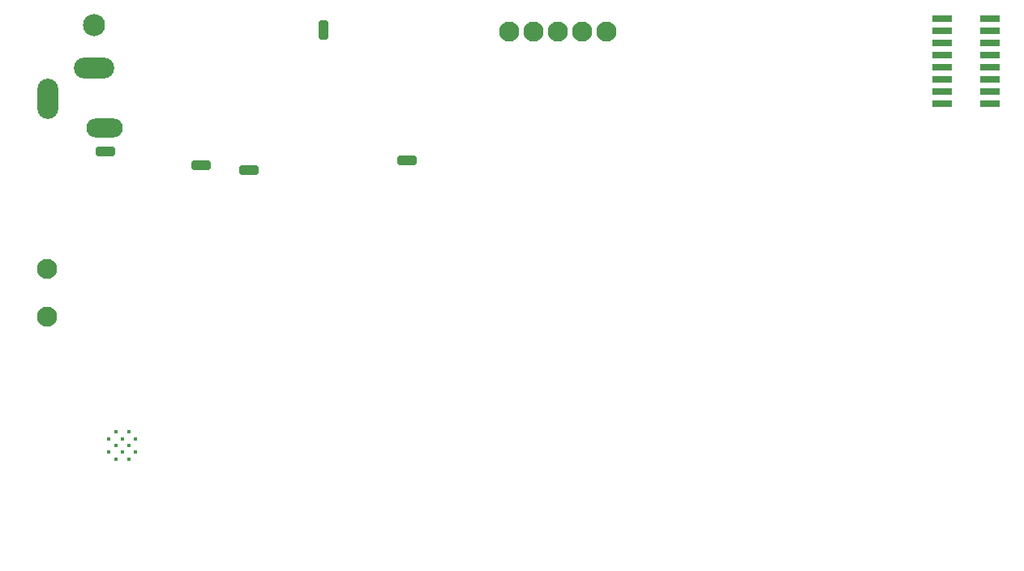
<source format=gbs>
G04*
G04 #@! TF.GenerationSoftware,Altium Limited,Altium Designer,22.7.1 (60)*
G04*
G04 Layer_Color=16711935*
%FSLAX25Y25*%
%MOIN*%
G70*
G04*
G04 #@! TF.SameCoordinates,EB09720E-E5E6-4C8F-983A-54733B733D7F*
G04*
G04*
G04 #@! TF.FilePolarity,Negative*
G04*
G01*
G75*
%ADD67C,0.01575*%
%ADD68C,0.08268*%
%ADD69O,0.16548X0.08674*%
%ADD70O,0.08674X0.16548*%
%ADD71C,0.00394*%
%ADD72C,0.09068*%
%ADD73O,0.14973X0.07887*%
G04:AMPARAMS|DCode=86|XSize=78.74mil|YSize=39.37mil|CornerRadius=9.84mil|HoleSize=0mil|Usage=FLASHONLY|Rotation=90.000|XOffset=0mil|YOffset=0mil|HoleType=Round|Shape=RoundedRectangle|*
%AMROUNDEDRECTD86*
21,1,0.07874,0.01968,0,0,90.0*
21,1,0.05906,0.03937,0,0,90.0*
1,1,0.01968,0.00984,0.02953*
1,1,0.01968,0.00984,-0.02953*
1,1,0.01968,-0.00984,-0.02953*
1,1,0.01968,-0.00984,0.02953*
%
%ADD86ROUNDEDRECTD86*%
G04:AMPARAMS|DCode=87|XSize=78.74mil|YSize=39.37mil|CornerRadius=9.84mil|HoleSize=0mil|Usage=FLASHONLY|Rotation=0.000|XOffset=0mil|YOffset=0mil|HoleType=Round|Shape=RoundedRectangle|*
%AMROUNDEDRECTD87*
21,1,0.07874,0.01968,0,0,0.0*
21,1,0.05906,0.03937,0,0,0.0*
1,1,0.01968,0.02953,-0.00984*
1,1,0.01968,-0.02953,-0.00984*
1,1,0.01968,-0.02953,0.00984*
1,1,0.01968,0.02953,0.00984*
%
%ADD87ROUNDEDRECTD87*%
%ADD88R,0.08150X0.02756*%
D67*
X51102Y59559D02*
D03*
X42835Y56804D02*
D03*
X48346Y51292D02*
D03*
X45591Y59559D02*
D03*
X51102Y48536D02*
D03*
Y54048D02*
D03*
X45591Y48536D02*
D03*
Y54048D02*
D03*
X53858Y51292D02*
D03*
Y56804D02*
D03*
X42835Y51292D02*
D03*
X48346Y56804D02*
D03*
D68*
X227362Y224410D02*
D03*
X17323Y107087D02*
D03*
Y126772D02*
D03*
X247362Y224410D02*
D03*
X237362D02*
D03*
X217362D02*
D03*
X207362D02*
D03*
D69*
X36614Y209449D02*
D03*
D70*
X17717Y196850D02*
D03*
D71*
X8268Y161417D02*
D03*
Y149606D02*
D03*
X104429Y8169D02*
D03*
X92618D02*
D03*
D72*
X36614Y227165D02*
D03*
D73*
X40945Y184646D02*
D03*
D86*
X131102Y225197D02*
D03*
D87*
X165354Y171260D02*
D03*
X100394Y167323D02*
D03*
X80709Y169291D02*
D03*
X41339Y175197D02*
D03*
D88*
X385433Y229803D02*
D03*
Y194803D02*
D03*
Y199803D02*
D03*
Y204803D02*
D03*
Y209803D02*
D03*
Y214803D02*
D03*
Y219803D02*
D03*
Y224803D02*
D03*
X404921Y229803D02*
D03*
Y224803D02*
D03*
Y219803D02*
D03*
Y214803D02*
D03*
Y209803D02*
D03*
Y204803D02*
D03*
Y199803D02*
D03*
Y194803D02*
D03*
M02*

</source>
